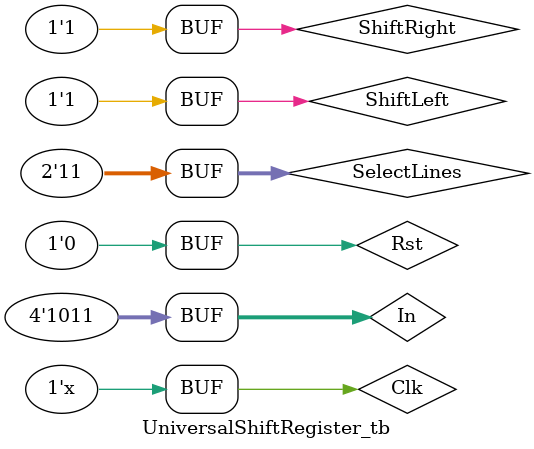
<source format=v>
`timescale 1ns/1ps


module UniversalShiftRegister(Q, ShiftRight, ShiftLeft, In, Rst, Clk, SelectLines);
	output [3:0]Q;
	input ShiftRight, ShiftLeft, Rst, Clk;
	input [3:0]In; // Parallel Input
	input [1:0]SelectLines;
	wire [3:0]Y;
	genvar i;

	generate 
	for(i=0; i < 4; i=i+1)
		D_FF_asynRst df0(Q[i], , Y[i], Clk, Rst);
	endgenerate

	Mux_4 m0(Y[0], {In[0], ShiftLeft, Q[1], Q[0]}, SelectLines);
	Mux_4 m1(Y[1], {In[1], Q[0], Q[2], Q[1]}, SelectLines);
	Mux_4 m2(Y[2], {In[2], Q[1], Q[3], Q[2]}, SelectLines);
	Mux_4 m3(Y[3], {In[3], Q[2], ShiftRight, Q[3]}, SelectLines);


endmodule 


module UniversalShiftRegister_tb();
	wire[3:0]Q;
	reg ShiftRight, ShiftLeft, Rst, Clk;
	reg [3:0]In; // Parallel Input
	reg [1:0]SelectLines;

UniversalShiftRegister uut(Q, ShiftRight, ShiftLeft, In, Rst, Clk, SelectLines);

initial Clk = 0;
always #3 Clk = ~Clk;

initial 
begin
	Rst <= 1'b1;
	Rst <= #6 1'b0;
	In <= 4'b1011;
	ShiftRight <=  4'b0101;
	ShiftLeft <=  4'b1101;
end

initial begin
	SelectLines <= #10 2'b00;
	SelectLines <= #35 2'b01;
	SelectLines <= #70 2'b10;
	SelectLines <= #110 2'b11;
end

endmodule
</source>
